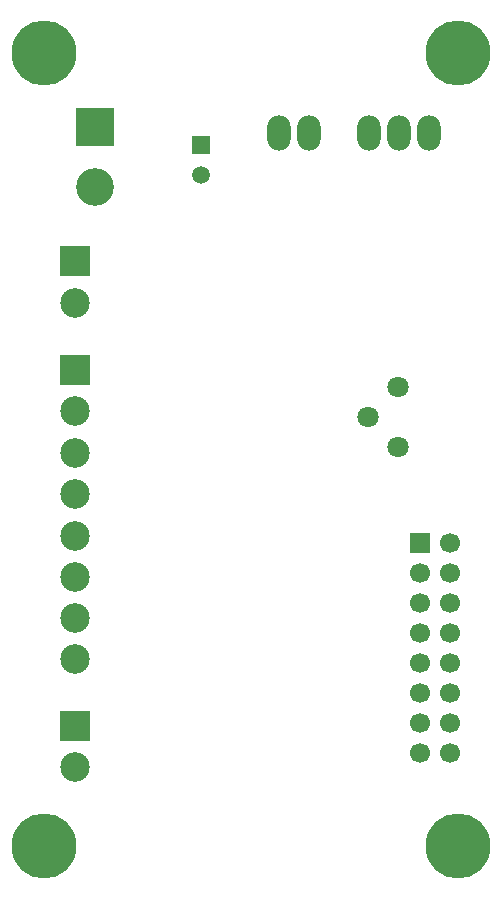
<source format=gbr>
%FSTAX23Y23*%
%MOIN*%
%SFA1B1*%

%IPPOS*%
%ADD18C,0.216535*%
%ADD19C,0.098425*%
%ADD20R,0.098425X0.098425*%
%ADD21O,0.078740X0.118110*%
%ADD22C,0.059055*%
%ADD23R,0.059055X0.059055*%
%ADD24C,0.125984*%
%ADD25R,0.125984X0.125984*%
%ADD26C,0.070866*%
%ADD27R,0.066929X0.066929*%
%ADD28C,0.066929*%
%LN+-10v_stepdir_colorlight_pads_bot-1*%
%LPD*%
G54D18*
X01515Y00118D03*
X00137D03*
X01515Y0276D03*
X00137D03*
G54D19*
X0024Y0074D03*
Y00878D03*
Y01016D03*
Y01153D03*
Y01291D03*
Y01429D03*
Y01567D03*
Y01929D03*
Y00381D03*
G54D20*
X0024Y01705D03*
Y02067D03*
Y00519D03*
G54D21*
X0132Y02494D03*
X0142D03*
X0122D03*
X0102D03*
X0092D03*
G54D22*
X0066Y02354D03*
G54D23*
X0066Y02454D03*
G54D24*
X00305Y02314D03*
G54D25*
X00305Y02514D03*
G54D26*
X01315Y01449D03*
X01215Y01549D03*
X01315Y01649D03*
G54D27*
X0139Y01129D03*
G54D28*
X0149Y01129D03*
X0139Y01029D03*
X0149D03*
X0139Y00929D03*
X0149D03*
X0139Y00829D03*
X0149D03*
X0139Y00729D03*
X0149D03*
X0139Y00629D03*
X0149D03*
X0139Y00529D03*
X0149D03*
X0139Y00429D03*
X0149D03*
M02*
</source>
